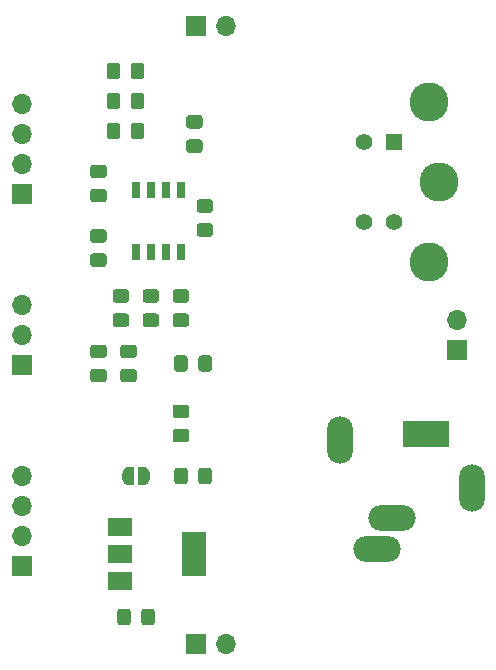
<source format=gbr>
G04 #@! TF.GenerationSoftware,KiCad,Pcbnew,(5.1.6)-1*
G04 #@! TF.CreationDate,2021-03-05T11:33:03+01:00*
G04 #@! TF.ProjectId,rfreplacement,72667265-706c-4616-9365-6d656e742e6b,rev?*
G04 #@! TF.SameCoordinates,Original*
G04 #@! TF.FileFunction,Soldermask,Top*
G04 #@! TF.FilePolarity,Negative*
%FSLAX46Y46*%
G04 Gerber Fmt 4.6, Leading zero omitted, Abs format (unit mm)*
G04 Created by KiCad (PCBNEW (5.1.6)-1) date 2021-03-05 11:33:03*
%MOMM*%
%LPD*%
G01*
G04 APERTURE LIST*
%ADD10O,2.200000X4.000000*%
%ADD11O,4.000000X2.200000*%
%ADD12R,4.000000X2.200000*%
%ADD13C,3.306000*%
%ADD14C,1.398000*%
%ADD15R,1.398000X1.398000*%
%ADD16O,1.700000X1.700000*%
%ADD17R,1.700000X1.700000*%
%ADD18R,0.800000X1.450000*%
%ADD19C,0.100000*%
%ADD20R,2.000000X3.800000*%
%ADD21R,2.000000X1.500000*%
G04 APERTURE END LIST*
D10*
X146050000Y-96012000D03*
D11*
X138050000Y-101212000D03*
X139250000Y-98512000D03*
D10*
X134850000Y-91912000D03*
D12*
X142150000Y-91412000D03*
D13*
X142446000Y-63344000D03*
X142446000Y-76864000D03*
X143256000Y-70104000D03*
D14*
X136956000Y-73454000D03*
X139446000Y-73454000D03*
X136956000Y-66754000D03*
D15*
X139446000Y-66754000D03*
D16*
X125222000Y-56896000D03*
D17*
X122682000Y-56896000D03*
D16*
X125222000Y-109220000D03*
D17*
X122682000Y-109220000D03*
D16*
X144780000Y-81788000D03*
D17*
X144780000Y-84328000D03*
D16*
X107950000Y-80518000D03*
X107950000Y-83058000D03*
D17*
X107950000Y-85598000D03*
D16*
X107950000Y-94996000D03*
X107950000Y-97536000D03*
X107950000Y-100076000D03*
D17*
X107950000Y-102616000D03*
X107950000Y-71120000D03*
D16*
X107950000Y-68580000D03*
X107950000Y-66040000D03*
X107950000Y-63500000D03*
D18*
X121412000Y-70781000D03*
X120142000Y-70781000D03*
X118872000Y-70781000D03*
X117602000Y-70781000D03*
X121412000Y-76031000D03*
X120142000Y-76031000D03*
X118872000Y-76031000D03*
X117602000Y-76031000D03*
G36*
G01*
X119211000Y-106483999D02*
X119211000Y-107384001D01*
G75*
G02*
X118961001Y-107634000I-249999J0D01*
G01*
X118310999Y-107634000D01*
G75*
G02*
X118061000Y-107384001I0J249999D01*
G01*
X118061000Y-106483999D01*
G75*
G02*
X118310999Y-106234000I249999J0D01*
G01*
X118961001Y-106234000D01*
G75*
G02*
X119211000Y-106483999I0J-249999D01*
G01*
G37*
G36*
G01*
X117161000Y-106483999D02*
X117161000Y-107384001D01*
G75*
G02*
X116911001Y-107634000I-249999J0D01*
G01*
X116260999Y-107634000D01*
G75*
G02*
X116011000Y-107384001I0J249999D01*
G01*
X116011000Y-106483999D01*
G75*
G02*
X116260999Y-106234000I249999J0D01*
G01*
X116911001Y-106234000D01*
G75*
G02*
X117161000Y-106483999I0J-249999D01*
G01*
G37*
G36*
G01*
X123894001Y-74752000D02*
X122993999Y-74752000D01*
G75*
G02*
X122744000Y-74502001I0J249999D01*
G01*
X122744000Y-73851999D01*
G75*
G02*
X122993999Y-73602000I249999J0D01*
G01*
X123894001Y-73602000D01*
G75*
G02*
X124144000Y-73851999I0J-249999D01*
G01*
X124144000Y-74502001D01*
G75*
G02*
X123894001Y-74752000I-249999J0D01*
G01*
G37*
G36*
G01*
X123894001Y-72702000D02*
X122993999Y-72702000D01*
G75*
G02*
X122744000Y-72452001I0J249999D01*
G01*
X122744000Y-71801999D01*
G75*
G02*
X122993999Y-71552000I249999J0D01*
G01*
X123894001Y-71552000D01*
G75*
G02*
X124144000Y-71801999I0J-249999D01*
G01*
X124144000Y-72452001D01*
G75*
G02*
X123894001Y-72702000I-249999J0D01*
G01*
G37*
G36*
G01*
X118421999Y-81231000D02*
X119322001Y-81231000D01*
G75*
G02*
X119572000Y-81480999I0J-249999D01*
G01*
X119572000Y-82131001D01*
G75*
G02*
X119322001Y-82381000I-249999J0D01*
G01*
X118421999Y-82381000D01*
G75*
G02*
X118172000Y-82131001I0J249999D01*
G01*
X118172000Y-81480999D01*
G75*
G02*
X118421999Y-81231000I249999J0D01*
G01*
G37*
G36*
G01*
X118421999Y-79181000D02*
X119322001Y-79181000D01*
G75*
G02*
X119572000Y-79430999I0J-249999D01*
G01*
X119572000Y-80081001D01*
G75*
G02*
X119322001Y-80331000I-249999J0D01*
G01*
X118421999Y-80331000D01*
G75*
G02*
X118172000Y-80081001I0J249999D01*
G01*
X118172000Y-79430999D01*
G75*
G02*
X118421999Y-79181000I249999J0D01*
G01*
G37*
G36*
G01*
X116782001Y-82381000D02*
X115881999Y-82381000D01*
G75*
G02*
X115632000Y-82131001I0J249999D01*
G01*
X115632000Y-81480999D01*
G75*
G02*
X115881999Y-81231000I249999J0D01*
G01*
X116782001Y-81231000D01*
G75*
G02*
X117032000Y-81480999I0J-249999D01*
G01*
X117032000Y-82131001D01*
G75*
G02*
X116782001Y-82381000I-249999J0D01*
G01*
G37*
G36*
G01*
X116782001Y-80331000D02*
X115881999Y-80331000D01*
G75*
G02*
X115632000Y-80081001I0J249999D01*
G01*
X115632000Y-79430999D01*
G75*
G02*
X115881999Y-79181000I249999J0D01*
G01*
X116782001Y-79181000D01*
G75*
G02*
X117032000Y-79430999I0J-249999D01*
G01*
X117032000Y-80081001D01*
G75*
G02*
X116782001Y-80331000I-249999J0D01*
G01*
G37*
G36*
G01*
X121862001Y-80331000D02*
X120961999Y-80331000D01*
G75*
G02*
X120712000Y-80081001I0J249999D01*
G01*
X120712000Y-79430999D01*
G75*
G02*
X120961999Y-79181000I249999J0D01*
G01*
X121862001Y-79181000D01*
G75*
G02*
X122112000Y-79430999I0J-249999D01*
G01*
X122112000Y-80081001D01*
G75*
G02*
X121862001Y-80331000I-249999J0D01*
G01*
G37*
G36*
G01*
X121862001Y-82381000D02*
X120961999Y-82381000D01*
G75*
G02*
X120712000Y-82131001I0J249999D01*
G01*
X120712000Y-81480999D01*
G75*
G02*
X120961999Y-81231000I249999J0D01*
G01*
X121862001Y-81231000D01*
G75*
G02*
X122112000Y-81480999I0J-249999D01*
G01*
X122112000Y-82131001D01*
G75*
G02*
X121862001Y-82381000I-249999J0D01*
G01*
G37*
D19*
G36*
X117767000Y-94246000D02*
G01*
X118267000Y-94246000D01*
X118267000Y-94246602D01*
X118291534Y-94246602D01*
X118340365Y-94251412D01*
X118388490Y-94260984D01*
X118435445Y-94275228D01*
X118480778Y-94294005D01*
X118524051Y-94317136D01*
X118564850Y-94344396D01*
X118602779Y-94375524D01*
X118637476Y-94410221D01*
X118668604Y-94448150D01*
X118695864Y-94488949D01*
X118718995Y-94532222D01*
X118737772Y-94577555D01*
X118752016Y-94624510D01*
X118761588Y-94672635D01*
X118766398Y-94721466D01*
X118766398Y-94746000D01*
X118767000Y-94746000D01*
X118767000Y-95246000D01*
X118766398Y-95246000D01*
X118766398Y-95270534D01*
X118761588Y-95319365D01*
X118752016Y-95367490D01*
X118737772Y-95414445D01*
X118718995Y-95459778D01*
X118695864Y-95503051D01*
X118668604Y-95543850D01*
X118637476Y-95581779D01*
X118602779Y-95616476D01*
X118564850Y-95647604D01*
X118524051Y-95674864D01*
X118480778Y-95697995D01*
X118435445Y-95716772D01*
X118388490Y-95731016D01*
X118340365Y-95740588D01*
X118291534Y-95745398D01*
X118267000Y-95745398D01*
X118267000Y-95746000D01*
X117767000Y-95746000D01*
X117767000Y-94246000D01*
G37*
G36*
X116967000Y-95745398D02*
G01*
X116942466Y-95745398D01*
X116893635Y-95740588D01*
X116845510Y-95731016D01*
X116798555Y-95716772D01*
X116753222Y-95697995D01*
X116709949Y-95674864D01*
X116669150Y-95647604D01*
X116631221Y-95616476D01*
X116596524Y-95581779D01*
X116565396Y-95543850D01*
X116538136Y-95503051D01*
X116515005Y-95459778D01*
X116496228Y-95414445D01*
X116481984Y-95367490D01*
X116472412Y-95319365D01*
X116467602Y-95270534D01*
X116467602Y-95246000D01*
X116467000Y-95246000D01*
X116467000Y-94746000D01*
X116467602Y-94746000D01*
X116467602Y-94721466D01*
X116472412Y-94672635D01*
X116481984Y-94624510D01*
X116496228Y-94577555D01*
X116515005Y-94532222D01*
X116538136Y-94488949D01*
X116565396Y-94448150D01*
X116596524Y-94410221D01*
X116631221Y-94375524D01*
X116669150Y-94344396D01*
X116709949Y-94317136D01*
X116753222Y-94294005D01*
X116798555Y-94275228D01*
X116845510Y-94260984D01*
X116893635Y-94251412D01*
X116942466Y-94246602D01*
X116967000Y-94246602D01*
X116967000Y-94246000D01*
X117467000Y-94246000D01*
X117467000Y-95746000D01*
X116967000Y-95746000D01*
X116967000Y-95745398D01*
G37*
G36*
G01*
X114877001Y-71831000D02*
X113976999Y-71831000D01*
G75*
G02*
X113727000Y-71581001I0J249999D01*
G01*
X113727000Y-70930999D01*
G75*
G02*
X113976999Y-70681000I249999J0D01*
G01*
X114877001Y-70681000D01*
G75*
G02*
X115127000Y-70930999I0J-249999D01*
G01*
X115127000Y-71581001D01*
G75*
G02*
X114877001Y-71831000I-249999J0D01*
G01*
G37*
G36*
G01*
X114877001Y-69781000D02*
X113976999Y-69781000D01*
G75*
G02*
X113727000Y-69531001I0J249999D01*
G01*
X113727000Y-68880999D01*
G75*
G02*
X113976999Y-68631000I249999J0D01*
G01*
X114877001Y-68631000D01*
G75*
G02*
X115127000Y-68880999I0J-249999D01*
G01*
X115127000Y-69531001D01*
G75*
G02*
X114877001Y-69781000I-249999J0D01*
G01*
G37*
G36*
G01*
X122104999Y-64440000D02*
X123005001Y-64440000D01*
G75*
G02*
X123255000Y-64689999I0J-249999D01*
G01*
X123255000Y-65340001D01*
G75*
G02*
X123005001Y-65590000I-249999J0D01*
G01*
X122104999Y-65590000D01*
G75*
G02*
X121855000Y-65340001I0J249999D01*
G01*
X121855000Y-64689999D01*
G75*
G02*
X122104999Y-64440000I249999J0D01*
G01*
G37*
G36*
G01*
X122104999Y-66490000D02*
X123005001Y-66490000D01*
G75*
G02*
X123255000Y-66739999I0J-249999D01*
G01*
X123255000Y-67390001D01*
G75*
G02*
X123005001Y-67640000I-249999J0D01*
G01*
X122104999Y-67640000D01*
G75*
G02*
X121855000Y-67390001I0J249999D01*
G01*
X121855000Y-66739999D01*
G75*
G02*
X122104999Y-66490000I249999J0D01*
G01*
G37*
G36*
G01*
X113976999Y-76151000D02*
X114877001Y-76151000D01*
G75*
G02*
X115127000Y-76400999I0J-249999D01*
G01*
X115127000Y-77051001D01*
G75*
G02*
X114877001Y-77301000I-249999J0D01*
G01*
X113976999Y-77301000D01*
G75*
G02*
X113727000Y-77051001I0J249999D01*
G01*
X113727000Y-76400999D01*
G75*
G02*
X113976999Y-76151000I249999J0D01*
G01*
G37*
G36*
G01*
X113976999Y-74101000D02*
X114877001Y-74101000D01*
G75*
G02*
X115127000Y-74350999I0J-249999D01*
G01*
X115127000Y-75001001D01*
G75*
G02*
X114877001Y-75251000I-249999J0D01*
G01*
X113976999Y-75251000D01*
G75*
G02*
X113727000Y-75001001I0J249999D01*
G01*
X113727000Y-74350999D01*
G75*
G02*
X113976999Y-74101000I249999J0D01*
G01*
G37*
G36*
G01*
X117172000Y-61156001D02*
X117172000Y-60255999D01*
G75*
G02*
X117421999Y-60006000I249999J0D01*
G01*
X118072001Y-60006000D01*
G75*
G02*
X118322000Y-60255999I0J-249999D01*
G01*
X118322000Y-61156001D01*
G75*
G02*
X118072001Y-61406000I-249999J0D01*
G01*
X117421999Y-61406000D01*
G75*
G02*
X117172000Y-61156001I0J249999D01*
G01*
G37*
G36*
G01*
X115122000Y-61156001D02*
X115122000Y-60255999D01*
G75*
G02*
X115371999Y-60006000I249999J0D01*
G01*
X116022001Y-60006000D01*
G75*
G02*
X116272000Y-60255999I0J-249999D01*
G01*
X116272000Y-61156001D01*
G75*
G02*
X116022001Y-61406000I-249999J0D01*
G01*
X115371999Y-61406000D01*
G75*
G02*
X115122000Y-61156001I0J249999D01*
G01*
G37*
G36*
G01*
X118322000Y-65335999D02*
X118322000Y-66236001D01*
G75*
G02*
X118072001Y-66486000I-249999J0D01*
G01*
X117421999Y-66486000D01*
G75*
G02*
X117172000Y-66236001I0J249999D01*
G01*
X117172000Y-65335999D01*
G75*
G02*
X117421999Y-65086000I249999J0D01*
G01*
X118072001Y-65086000D01*
G75*
G02*
X118322000Y-65335999I0J-249999D01*
G01*
G37*
G36*
G01*
X116272000Y-65335999D02*
X116272000Y-66236001D01*
G75*
G02*
X116022001Y-66486000I-249999J0D01*
G01*
X115371999Y-66486000D01*
G75*
G02*
X115122000Y-66236001I0J249999D01*
G01*
X115122000Y-65335999D01*
G75*
G02*
X115371999Y-65086000I249999J0D01*
G01*
X116022001Y-65086000D01*
G75*
G02*
X116272000Y-65335999I0J-249999D01*
G01*
G37*
G36*
G01*
X117172000Y-63696001D02*
X117172000Y-62795999D01*
G75*
G02*
X117421999Y-62546000I249999J0D01*
G01*
X118072001Y-62546000D01*
G75*
G02*
X118322000Y-62795999I0J-249999D01*
G01*
X118322000Y-63696001D01*
G75*
G02*
X118072001Y-63946000I-249999J0D01*
G01*
X117421999Y-63946000D01*
G75*
G02*
X117172000Y-63696001I0J249999D01*
G01*
G37*
G36*
G01*
X115122000Y-63696001D02*
X115122000Y-62795999D01*
G75*
G02*
X115371999Y-62546000I249999J0D01*
G01*
X116022001Y-62546000D01*
G75*
G02*
X116272000Y-62795999I0J-249999D01*
G01*
X116272000Y-63696001D01*
G75*
G02*
X116022001Y-63946000I-249999J0D01*
G01*
X115371999Y-63946000D01*
G75*
G02*
X115122000Y-63696001I0J249999D01*
G01*
G37*
G36*
G01*
X124037000Y-94545999D02*
X124037000Y-95446001D01*
G75*
G02*
X123787001Y-95696000I-249999J0D01*
G01*
X123136999Y-95696000D01*
G75*
G02*
X122887000Y-95446001I0J249999D01*
G01*
X122887000Y-94545999D01*
G75*
G02*
X123136999Y-94296000I249999J0D01*
G01*
X123787001Y-94296000D01*
G75*
G02*
X124037000Y-94545999I0J-249999D01*
G01*
G37*
G36*
G01*
X121987000Y-94545999D02*
X121987000Y-95446001D01*
G75*
G02*
X121737001Y-95696000I-249999J0D01*
G01*
X121086999Y-95696000D01*
G75*
G02*
X120837000Y-95446001I0J249999D01*
G01*
X120837000Y-94545999D01*
G75*
G02*
X121086999Y-94296000I249999J0D01*
G01*
X121737001Y-94296000D01*
G75*
G02*
X121987000Y-94545999I0J-249999D01*
G01*
G37*
G36*
G01*
X121987000Y-85020999D02*
X121987000Y-85921001D01*
G75*
G02*
X121737001Y-86171000I-249999J0D01*
G01*
X121086999Y-86171000D01*
G75*
G02*
X120837000Y-85921001I0J249999D01*
G01*
X120837000Y-85020999D01*
G75*
G02*
X121086999Y-84771000I249999J0D01*
G01*
X121737001Y-84771000D01*
G75*
G02*
X121987000Y-85020999I0J-249999D01*
G01*
G37*
G36*
G01*
X124037000Y-85020999D02*
X124037000Y-85921001D01*
G75*
G02*
X123787001Y-86171000I-249999J0D01*
G01*
X123136999Y-86171000D01*
G75*
G02*
X122887000Y-85921001I0J249999D01*
G01*
X122887000Y-85020999D01*
G75*
G02*
X123136999Y-84771000I249999J0D01*
G01*
X123787001Y-84771000D01*
G75*
G02*
X124037000Y-85020999I0J-249999D01*
G01*
G37*
G36*
G01*
X120961999Y-88951000D02*
X121862001Y-88951000D01*
G75*
G02*
X122112000Y-89200999I0J-249999D01*
G01*
X122112000Y-89851001D01*
G75*
G02*
X121862001Y-90101000I-249999J0D01*
G01*
X120961999Y-90101000D01*
G75*
G02*
X120712000Y-89851001I0J249999D01*
G01*
X120712000Y-89200999D01*
G75*
G02*
X120961999Y-88951000I249999J0D01*
G01*
G37*
G36*
G01*
X120961999Y-91001000D02*
X121862001Y-91001000D01*
G75*
G02*
X122112000Y-91250999I0J-249999D01*
G01*
X122112000Y-91901001D01*
G75*
G02*
X121862001Y-92151000I-249999J0D01*
G01*
X120961999Y-92151000D01*
G75*
G02*
X120712000Y-91901001I0J249999D01*
G01*
X120712000Y-91250999D01*
G75*
G02*
X120961999Y-91001000I249999J0D01*
G01*
G37*
G36*
G01*
X114877001Y-85021000D02*
X113976999Y-85021000D01*
G75*
G02*
X113727000Y-84771001I0J249999D01*
G01*
X113727000Y-84120999D01*
G75*
G02*
X113976999Y-83871000I249999J0D01*
G01*
X114877001Y-83871000D01*
G75*
G02*
X115127000Y-84120999I0J-249999D01*
G01*
X115127000Y-84771001D01*
G75*
G02*
X114877001Y-85021000I-249999J0D01*
G01*
G37*
G36*
G01*
X114877001Y-87071000D02*
X113976999Y-87071000D01*
G75*
G02*
X113727000Y-86821001I0J249999D01*
G01*
X113727000Y-86170999D01*
G75*
G02*
X113976999Y-85921000I249999J0D01*
G01*
X114877001Y-85921000D01*
G75*
G02*
X115127000Y-86170999I0J-249999D01*
G01*
X115127000Y-86821001D01*
G75*
G02*
X114877001Y-87071000I-249999J0D01*
G01*
G37*
G36*
G01*
X116516999Y-83871000D02*
X117417001Y-83871000D01*
G75*
G02*
X117667000Y-84120999I0J-249999D01*
G01*
X117667000Y-84771001D01*
G75*
G02*
X117417001Y-85021000I-249999J0D01*
G01*
X116516999Y-85021000D01*
G75*
G02*
X116267000Y-84771001I0J249999D01*
G01*
X116267000Y-84120999D01*
G75*
G02*
X116516999Y-83871000I249999J0D01*
G01*
G37*
G36*
G01*
X116516999Y-85921000D02*
X117417001Y-85921000D01*
G75*
G02*
X117667000Y-86170999I0J-249999D01*
G01*
X117667000Y-86821001D01*
G75*
G02*
X117417001Y-87071000I-249999J0D01*
G01*
X116516999Y-87071000D01*
G75*
G02*
X116267000Y-86821001I0J249999D01*
G01*
X116267000Y-86170999D01*
G75*
G02*
X116516999Y-85921000I249999J0D01*
G01*
G37*
D20*
X122530000Y-101600000D03*
D21*
X116230000Y-101600000D03*
X116230000Y-103900000D03*
X116230000Y-99300000D03*
M02*

</source>
